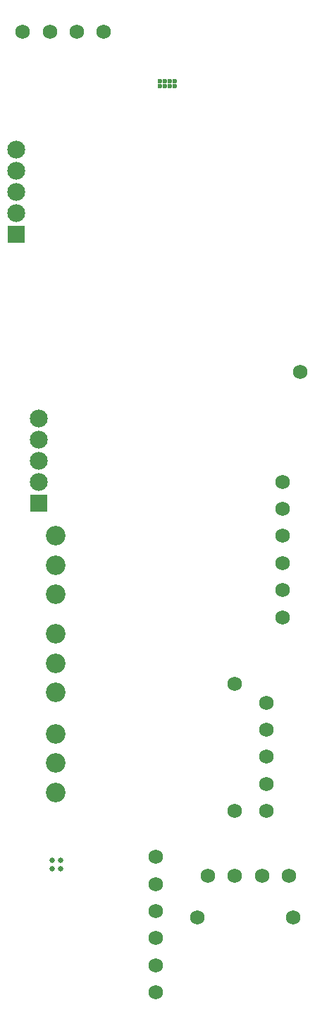
<source format=gbs>
G04*
G04 #@! TF.GenerationSoftware,Altium Limited,Altium Designer,19.1.9 (167)*
G04*
G04 Layer_Color=7477623*
%FSLAX44Y44*%
%MOMM*%
G71*
G01*
G75*
%ADD102C,2.1500*%
%ADD103R,2.1500X2.1500*%
%ADD104C,1.7500*%
%ADD105C,0.6000*%
%ADD106C,2.3500*%
%ADD107C,0.6500*%
D102*
X25000Y1078700D02*
D03*
Y1053300D02*
D03*
Y1002500D02*
D03*
Y1027900D02*
D03*
X52025Y756275D02*
D03*
Y730875D02*
D03*
Y680075D02*
D03*
Y705475D02*
D03*
D103*
X25000Y977100D02*
D03*
X52025Y654675D02*
D03*
D104*
X192500Y67500D02*
D03*
X97500Y1220000D02*
D03*
X32500D02*
D03*
X65000D02*
D03*
X130000D02*
D03*
X192500Y197500D02*
D03*
Y230000D02*
D03*
X287500Y285000D02*
D03*
X325000D02*
D03*
Y317500D02*
D03*
Y350000D02*
D03*
Y382500D02*
D03*
Y415000D02*
D03*
X357500Y157500D02*
D03*
X242500D02*
D03*
X352500Y207500D02*
D03*
X320000D02*
D03*
X255000D02*
D03*
X287500D02*
D03*
X192500Y165000D02*
D03*
Y132500D02*
D03*
Y100000D02*
D03*
X345000Y680000D02*
D03*
Y647500D02*
D03*
Y615000D02*
D03*
Y582500D02*
D03*
Y550000D02*
D03*
Y517500D02*
D03*
X287500Y437500D02*
D03*
X366000Y812000D02*
D03*
D105*
X215500Y1160500D02*
D03*
Y1154500D02*
D03*
X209500Y1160500D02*
D03*
Y1154500D02*
D03*
X203500Y1160500D02*
D03*
Y1154500D02*
D03*
X197500Y1160500D02*
D03*
Y1154500D02*
D03*
D106*
X72500Y615000D02*
D03*
Y580000D02*
D03*
Y545000D02*
D03*
X72500Y377500D02*
D03*
Y342500D02*
D03*
Y307500D02*
D03*
X72500Y497500D02*
D03*
Y462500D02*
D03*
Y427500D02*
D03*
D107*
X67791Y215659D02*
D03*
Y225659D02*
D03*
X77791Y215659D02*
D03*
Y225659D02*
D03*
M02*

</source>
